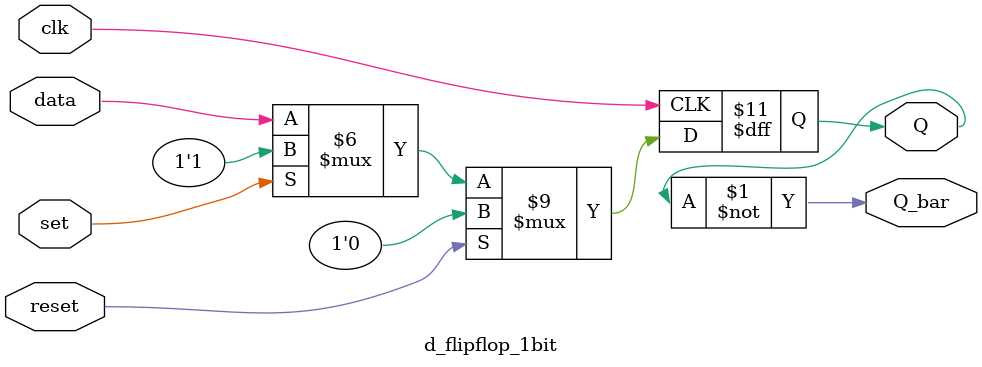
<source format=v>
module d_flipflop_1bit(
data,
clk,
reset,
set,
Q,
Q_bar
);
//declare inputs
input data;
input clk;
input reset;
input set;
//Declare outputs
output Q;
output Q_bar;
//declare port datatypes
wire data;
wire clk;
wire reset;
wire set;
reg Q;
//logic
assign Q_bar = ~Q;
always @(posedge clk) begin
    if (reset==1'b1) begin
        Q<=0; //set dff to 0
    end
    else if (set==1'b1) begin
        Q <= 1; //set dff to 1
    end
    else begin
        Q<=data;
    end
end
endmodule
</source>
